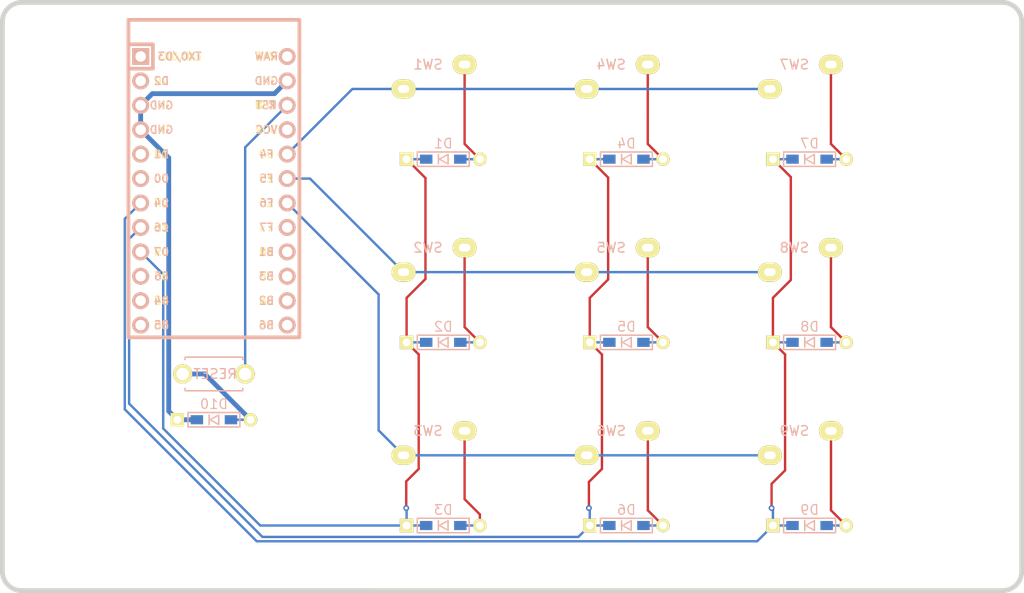
<source format=kicad_pcb>
(kicad_pcb (version 20240108) (generator "pcbnew") (generator_version "8.0")
  (layers (0 "F.Cu" signal) (31 "B.Cu" signal) (34 "B.Paste" user) (35 "F.Paste" user) (36 "B.SilkS" user "B.Silkscreen") (37 "F.SilkS" user "F.Silkscreen") (38 "B.Mask" user) (39 "F.Mask" user) (44 "Edge.Cuts" user))
  (net 0 "")
  (net 1 "Col0")
  (net 2 "Net-(D1-A)")
  (net 3 "Net-(D2-A)")
  (net 4 "Col1")
  (net 5 "Col2")
  (net 6 "Net-(D3-A)")
  (net 7 "Net-(D4-A)")
  (net 8 "Net-(D5-A)")
  (net 9 "Net-(D6-A)")
  (net 10 "Net-(D7-A)")
  (net 11 "Net-(D8-A)")
  (net 12 "Net-(D9-A)")
  (net 13 "Reset")
  (net 14 "Net-(D10-A)")
  (net 15 "Row0")
  (net 16 "Row1")
  (net 17 "Row2")
  (net 18 "GND")
  (net 22 "VCC")
  (footprint "kbd_Hole:m3_Spacer_Hole" (layer "F.Cu") (at 38 92)
    (property "Reference" "Ref**")
    (property "Value" "Val**")
    (pad "" np_thru_hole circle (at 0 0) (size 6.5 6.5) (drill 6.5) (layers "*.Cu" "*.Mask"))
  )
  (footprint "kbd_SW:CherryMX_Solder_1u" (layer "F.Cu") (at 115.6325 68)
    (property "Reference" "SW8" (at -1.27 -5.08 180) (layer "B.SilkS") (effects (justify mirror)))
    (property "Value" "SW_Push" (hide yes))
    (pad "" np_thru_hole circle (at -5.08 0 90) (size 1.9 1.9) (drill 1.9) (layers "*.Cu" "*.Mask"))
    (pad "" np_thru_hole circle (at 0 0 90) (size 4 4) (drill 4) (layers "*.Cu" "*.Mask"))
    (pad "" np_thru_hole circle (at 5.08 0 90) (size 1.9 1.9) (drill 1.9) (layers "*.Cu" "*.Mask"))
    (pad "1" thru_hole oval (at -3.81 -2.54) (size 2.5 2) (drill oval 1.2 0.8) (layers "*.Cu" "F.SilkS" "B.Mask") (net 4 "Col1"))
    (pad "2" thru_hole oval (at 2.54 -5.08) (size 2.5 2) (drill oval 1.2 0.8) (layers "*.Cu" "F.SilkS" "B.Mask") (net 11 "Net-(D8-A)"))
  )
  (footprint "kbd_SW:CherryMX_Solder_1u" (layer "F.Cu") (at 96.5825 68)
    (property "Reference" "SW5" (at -1.27 -5.08 180) (layer "B.SilkS") (effects (justify mirror)))
    (property "Value" "SW_Push" (hide yes))
    (pad "" np_thru_hole circle (at -5.08 0 90) (size 1.9 1.9) (drill 1.9) (layers "*.Cu" "*.Mask"))
    (pad "" np_thru_hole circle (at 0 0 90) (size 4 4) (drill 4) (layers "*.Cu" "*.Mask"))
    (pad "" np_thru_hole circle (at 5.08 0 90) (size 1.9 1.9) (drill 1.9) (layers "*.Cu" "*.Mask"))
    (pad "1" thru_hole oval (at -3.81 -2.54) (size 2.5 2) (drill oval 1.2 0.8) (layers "*.Cu" "F.SilkS" "B.Mask") (net 4 "Col1"))
    (pad "2" thru_hole oval (at 2.54 -5.08) (size 2.5 2) (drill oval 1.2 0.8) (layers "*.Cu" "F.SilkS" "B.Mask") (net 8 "Net-(D5-A)"))
  )
  (footprint "kbd_Hole:m3_Spacer_Hole" (layer "F.Cu") (at 132 92)
    (property "Reference" "Ref**")
    (property "Value" "Val**")
    (pad "" np_thru_hole circle (at 0 0) (size 6.5 6.5) (drill 6.5) (layers "*.Cu" "*.Mask"))
  )
  (footprint "kbd_Parts:ResetSW" (layer "F.Cu") (at 54 76.05)
    (property "Reference" "SW10" (hide yes))
    (property "Value" "SW_Push")
    (fp_line (start -3 -1.75) (end 3 -1.75) (stroke (width 0.15)) (layer "B.SilkS"))
    (fp_line (start -3 -1.5) (end -3 -1.75) (stroke (width 0.15)) (layer "B.SilkS"))
    (fp_line (start -3 1.75) (end -3 1.5) (stroke (width 0.15)) (layer "B.SilkS"))
    (fp_line (start 3 -1.75) (end 3 -1.5) (stroke (width 0.15)) (layer "B.SilkS"))
    (fp_line (start 3 1.5) (end 3 1.75) (stroke (width 0.15)) (layer "B.SilkS"))
    (fp_line (start 3 1.75) (end -3 1.75) (stroke (width 0.15)) (layer "B.SilkS"))
    (fp_text user "RESET" (at 0.127 0 0) (layer "B.SilkS") (effects (justify mirror)))
    (pad "1" thru_hole circle (at 3.25 0) (size 2 2) (drill 1.3) (layers "*.Cu" "*.Mask" "F.SilkS") (net 13 "Reset"))
    (pad "2" thru_hole circle (at -3.25 0) (size 2 2) (drill 1.3) (layers "*.Cu" "*.Mask" "F.SilkS") (net 14 "Net-(D10-A)"))
  )
  (footprint "kbd_SW:CherryMX_Solder_1u" (layer "F.Cu") (at 77.5325 68)
    (property "Reference" "SW2" (at -1.27 -5.08 180) (layer "B.SilkS") (effects (justify mirror)))
    (property "Value" "SW_Push" (hide yes))
    (pad "" np_thru_hole circle (at -5.08 0 90) (size 1.9 1.9) (drill 1.9) (layers "*.Cu" "*.Mask"))
    (pad "" np_thru_hole circle (at 0 0 90) (size 4 4) (drill 4) (layers "*.Cu" "*.Mask"))
    (pad "" np_thru_hole circle (at 5.08 0 90) (size 1.9 1.9) (drill 1.9) (layers "*.Cu" "*.Mask"))
    (pad "1" thru_hole oval (at -3.81 -2.54) (size 2.5 2) (drill oval 1.2 0.8) (layers "*.Cu" "F.SilkS" "B.Mask") (net 4 "Col1"))
    (pad "2" thru_hole oval (at 2.54 -5.08) (size 2.5 2) (drill oval 1.2 0.8) (layers "*.Cu" "F.SilkS" "B.Mask") (net 3 "Net-(D2-A)"))
  )
  (footprint "kbd_SW:CherryMX_Solder_1u" (layer "F.Cu") (at 77.5325 87.05)
    (property "Reference" "SW3" (at -1.27 -5.08 180) (layer "B.SilkS") (effects (justify mirror)))
    (property "Value" "SW_Push" (hide yes))
    (pad "" np_thru_hole circle (at -5.08 0 90) (size 1.9 1.9) (drill 1.9) (layers "*.Cu" "*.Mask"))
    (pad "" np_thru_hole circle (at 0 0 90) (size 4 4) (drill 4) (layers "*.Cu" "*.Mask"))
    (pad "" np_thru_hole circle (at 5.08 0 90) (size 1.9 1.9) (drill 1.9) (layers "*.Cu" "*.Mask"))
    (pad "1" thru_hole oval (at -3.81 -2.54) (size 2.5 2) (drill oval 1.2 0.8) (layers "*.Cu" "F.SilkS" "B.Mask") (net 5 "Col2"))
    (pad "2" thru_hole oval (at 2.54 -5.08) (size 2.5 2) (drill oval 1.2 0.8) (layers "*.Cu" "F.SilkS" "B.Mask") (net 6 "Net-(D3-A)"))
  )
  (footprint "kbd_Parts:Diode_TH_SMD" (layer "F.Cu") (at 115.95 72.7625)
    (property "Reference" "D8" (at 0 -1.63 0) (layer "B.SilkS") (effects (font (thickness 0.125)) (justify mirror)))
    (property "Value" "D" (hide yes))
    (fp_line (start -2.7 -0.75) (end -2.7 0.75) (stroke (width 0.15)) (layer "B.SilkS"))
    (fp_line (start -2.7 0.75) (end 2.7 0.75) (stroke (width 0.15)) (layer "B.SilkS"))
    (fp_line (start -0.5 -0.5) (end -0.5 0.5) (stroke (width 0.15)) (layer "B.SilkS"))
    (fp_line (start -0.4 0) (end 0.5 -0.5) (stroke (width 0.15)) (layer "B.SilkS"))
    (fp_line (start 0.5 -0.5) (end 0.5 0.5) (stroke (width 0.15)) (layer "B.SilkS"))
    (fp_line (start 0.5 0.5) (end -0.4 0) (stroke (width 0.15)) (layer "B.SilkS"))
    (fp_line (start 2.7 -0.75) (end -2.7 -0.75) (stroke (width 0.15)) (layer "B.SilkS"))
    (fp_line (start 2.7 0.75) (end 2.7 -0.75) (stroke (width 0.15)) (layer "B.SilkS"))
    (pad "1" thru_hole rect (at -3.81 0) (size 1.397 1.397) (drill 0.8128) (layers "*.Cu" "*.Mask" "F.SilkS") (net 17 "Row2"))
    (pad "1" smd rect (at -1.775 0) (size 1.3 0.95) (layers "B.Cu" "B.Paste" "B.Mask") (net 17 "Row2"))
    (pad "2" smd rect (at 1.775 0) (size 1.3 0.95) (layers "B.Cu" "B.Paste" "B.Mask") (net 11 "Net-(D8-A)"))
    (pad "2" thru_hole circle (at 3.81 0) (size 1.397 1.397) (drill 0.8128) (layers "*.Cu" "*.Mask" "F.SilkS") (net 11 "Net-(D8-A)"))
  )
  (footprint "kbd_SW:CherryMX_Solder_1u" (layer "F.Cu") (at 77.5325 48.95)
    (property "Reference" "SW1" (at -1.27 -5.08 180) (layer "B.SilkS") (effects (justify mirror)))
    (property "Value" "SW_Push" (hide yes))
    (pad "" np_thru_hole circle (at -5.08 0 90) (size 1.9 1.9) (drill 1.9) (layers "*.Cu" "*.Mask"))
    (pad "" np_thru_hole circle (at 0 0 90) (size 4 4) (drill 4) (layers "*.Cu" "*.Mask"))
    (pad "" np_thru_hole circle (at 5.08 0 90) (size 1.9 1.9) (drill 1.9) (layers "*.Cu" "*.Mask"))
    (pad "1" thru_hole oval (at -3.81 -2.54) (size 2.5 2) (drill oval 1.2 0.8) (layers "*.Cu" "F.SilkS" "B.Mask") (net 1 "Col0"))
    (pad "2" thru_hole oval (at 2.54 -5.08) (size 2.5 2) (drill oval 1.2 0.8) (layers "*.Cu" "F.SilkS" "B.Mask") (net 2 "Net-(D1-A)"))
  )
  (footprint "kbd_SW:CherryMX_Solder_1u" (layer "F.Cu") (at 115.63789 87.05)
    (property "Reference" "SW9" (at -1.27 -5.08 180) (layer "B.SilkS") (effects (justify mirror)))
    (property "Value" "SW_Push" (hide yes))
    (pad "" np_thru_hole circle (at -5.08 0 90) (size 1.9 1.9) (drill 1.9) (layers "*.Cu" "*.Mask"))
    (pad "" np_thru_hole circle (at 0 0 90) (size 4 4) (drill 4) (layers "*.Cu" "*.Mask"))
    (pad "" np_thru_hole circle (at 5.08 0 90) (size 1.9 1.9) (drill 1.9) (layers "*.Cu" "*.Mask"))
    (pad "1" thru_hole oval (at -3.81 -2.54) (size 2.5 2) (drill oval 1.2 0.8) (layers "*.Cu" "F.SilkS" "B.Mask") (net 5 "Col2"))
    (pad "2" thru_hole oval (at 2.54 -5.08) (size 2.5 2) (drill oval 1.2 0.8) (layers "*.Cu" "F.SilkS" "B.Mask") (net 12 "Net-(D9-A)"))
  )
  (footprint "kbd_Hole:m3_Spacer_Hole" (layer "F.Cu") (at 132 44)
    (property "Reference" "Ref**")
    (property "Value" "Val**")
    (pad "" np_thru_hole circle (at 0 0) (size 6.5 6.5) (drill 6.5) (layers "*.Cu" "*.Mask"))
  )
  (footprint "kbd_Parts:Diode_TH_SMD" (layer "F.Cu") (at 96.9 53.7125)
    (property "Reference" "D4" (at 0 -1.63 0) (layer "B.SilkS") (effects (font (thickness 0.125)) (justify mirror)))
    (property "Value" "D" (hide yes))
    (fp_line (start -2.7 -0.75) (end -2.7 0.75) (stroke (width 0.15)) (layer "B.SilkS"))
    (fp_line (start -2.7 0.75) (end 2.7 0.75) (stroke (width 0.15)) (layer "B.SilkS"))
    (fp_line (start -0.5 -0.5) (end -0.5 0.5) (stroke (width 0.15)) (layer "B.SilkS"))
    (fp_line (start -0.4 0) (end 0.5 -0.5) (stroke (width 0.15)) (layer "B.SilkS"))
    (fp_line (start 0.5 -0.5) (end 0.5 0.5) (stroke (width 0.15)) (layer "B.SilkS"))
    (fp_line (start 0.5 0.5) (end -0.4 0) (stroke (width 0.15)) (layer "B.SilkS"))
    (fp_line (start 2.7 -0.75) (end -2.7 -0.75) (stroke (width 0.15)) (layer "B.SilkS"))
    (fp_line (start 2.7 0.75) (end 2.7 -0.75) (stroke (width 0.15)) (layer "B.SilkS"))
    (pad "1" thru_hole rect (at -3.81 0) (size 1.397 1.397) (drill 0.8128) (layers "*.Cu" "*.Mask" "F.SilkS") (net 16 "Row1"))
    (pad "1" smd rect (at -1.775 0) (size 1.3 0.95) (layers "B.Cu" "B.Paste" "B.Mask") (net 16 "Row1"))
    (pad "2" smd rect (at 1.775 0) (size 1.3 0.95) (layers "B.Cu" "B.Paste" "B.Mask") (net 7 "Net-(D4-A)"))
    (pad "2" thru_hole circle (at 3.81 0) (size 1.397 1.397) (drill 0.8128) (layers "*.Cu" "*.Mask" "F.SilkS") (net 7 "Net-(D4-A)"))
  )
  (footprint "Keebio-Parts.pretty-master:ArduinoProMicro" (layer "F.Cu") (at 54 57 -90)
    (property "Reference" "U1" (hide yes))
    (property "Value" "ProMicro" (hide yes))
    (fp_line (start -17.78 8.89) (end 15.24 8.89) (stroke (width 0.381)) (layer "B.SilkS"))
    (fp_line (start 15.24 8.89) (end 15.24 -8.89) (stroke (width 0.381)) (layer "B.SilkS"))
    (fp_line (start -15.24 6.35) (end -15.24 8.89) (stroke (width 0.381)) (layer "B.SilkS"))
    (fp_line (start -15.24 6.35) (end -12.7 6.35) (stroke (width 0.381)) (layer "B.SilkS"))
    (fp_line (start -12.7 6.35) (end -12.7 8.89) (stroke (width 0.381)) (layer "B.SilkS"))
    (fp_line (start -17.78 -8.89) (end -17.78 8.89) (stroke (width 0.381)) (layer "B.SilkS"))
    (fp_line (start 15.24 -8.89) (end -17.78 -8.89) (stroke (width 0.381)) (layer "B.SilkS"))
    (fp_poly (pts (xy -9.35097 -5.844635) (xy -9.25097 -5.844635) (xy -9.25097 -6.344635) (xy -9.35097 -6.344635)) (stroke (width 0.15)) (fill solid) (layer "B.SilkS"))
    (fp_poly (pts (xy -9.35097 -5.844635) (xy -9.05097 -5.844635) (xy -9.05097 -5.944635) (xy -9.35097 -5.944635)) (stroke (width 0.15)) (fill solid) (layer "B.SilkS"))
    (fp_poly (pts (xy -8.75097 -5.844635) (xy -8.55097 -5.844635) (xy -8.55097 -5.944635) (xy -8.75097 -5.944635)) (stroke (width 0.15)) (fill solid) (layer "B.SilkS"))
    (fp_poly (pts (xy -8.95097 -6.044635) (xy -8.85097 -6.044635) (xy -8.85097 -6.144635) (xy -8.95097 -6.144635)) (stroke (width 0.15)) (fill solid) (layer "B.SilkS"))
    (fp_poly (pts (xy -9.35097 -6.244635) (xy -8.55097 -6.244635) (xy -8.55097 -6.344635) (xy -9.35097 -6.344635)) (stroke (width 0.15)) (fill solid) (layer "B.SilkS"))
    (fp_line (start -17.78 8.89) (end -15.24 8.89) (stroke (width 0.381)) (layer "F.SilkS"))
    (fp_line (start -15.24 8.89) (end 15.24 8.89) (stroke (width 0.381)) (layer "F.SilkS"))
    (fp_line (start 15.24 8.89) (end 15.24 -8.89) (stroke (width 0.381)) (layer "F.SilkS"))
    (fp_line (start -15.24 6.35) (end -15.24 8.89) (stroke (width 0.381)) (layer "F.SilkS"))
    (fp_line (start -15.24 6.35) (end -12.7 6.35) (stroke (width 0.381)) (layer "F.SilkS"))
    (fp_line (start -12.7 6.35) (end -12.7 8.89) (stroke (width 0.381)) (layer "F.SilkS"))
    (fp_line (start -17.78 -8.89) (end -17.78 8.89) (stroke (width 0.381)) (layer "F.SilkS"))
    (fp_line (start -15.24 -8.89) (end -17.78 -8.89) (stroke (width 0.381)) (layer "F.SilkS"))
    (fp_line (start 15.24 -8.89) (end -15.24 -8.89) (stroke (width 0.381)) (layer "F.SilkS"))
    (fp_poly (pts (xy -9.36064 -4.531568) (xy -8.56064 -4.531568) (xy -8.56064 -4.431568) (xy -9.36064 -4.431568)) (stroke (width 0.15)) (fill solid) (layer "F.SilkS"))
    (fp_poly (pts (xy -8.96064 -4.731568) (xy -8.86064 -4.731568) (xy -8.86064 -4.631568) (xy -8.96064 -4.631568)) (stroke (width 0.15)) (fill solid) (layer "F.SilkS"))
    (fp_poly (pts (xy -9.36064 -4.931568) (xy -9.26064 -4.931568) (xy -9.26064 -4.431568) (xy -9.36064 -4.431568)) (stroke (width 0.15)) (fill solid) (layer "F.SilkS"))
    (fp_poly (pts (xy -9.36064 -4.931568) (xy -9.06064 -4.931568) (xy -9.06064 -4.831568) (xy -9.36064 -4.831568)) (stroke (width 0.15)) (fill solid) (layer "F.SilkS"))
    (fp_poly (pts (xy -8.76064 -4.931568) (xy -8.56064 -4.931568) (xy -8.56064 -4.831568) (xy -8.76064 -4.831568)) (stroke (width 0.15)) (fill solid) (layer "F.SilkS"))
    (fp_text user "F6" (at 1.27 -5.461 0) (layer "B.SilkS") (effects (font (size 0.8 0.8)) (justify mirror)))
    (fp_text user "B2" (at 11.43 -5.461 0) (layer "B.SilkS") (effects (font (size 0.8 0.8)) (justify mirror)))
    (fp_text user "B1" (at 6.35 -5.461 0) (layer "B.SilkS") (effects (font (size 0.8 0.8)) (justify mirror)))
    (fp_text user "D7" (at 6.35 5.461 0) (layer "B.SilkS") (effects (font (size 0.8 0.8)) (justify mirror)))
    (fp_text user "D1" (at -3.81 5.461 0) (layer "B.SilkS") (effects (font (size 0.8 0.8)) (justify mirror)))
    (fp_text user "D2" (at -11.43 5.461 0) (layer "B.SilkS") (effects (font (size 0.8 0.8)) (justify mirror)))
    (fp_text user "GND" (at -8.89 5.461 0) (layer "B.SilkS") (effects (font (size 0.8 0.8)) (justify mirror)))
    (fp_text user "D0" (at -1.27 5.461 0) (layer "B.SilkS") (effects (font (size 0.8 0.8)) (justify mirror)))
    (fp_text user "RAW" (at -13.97 -5.461 0) (layer "B.SilkS") (effects (font (size 0.8 0.8)) (justify mirror)))
    (fp_text user "ST" (at -8.91 -5.04 0) (layer "B.SilkS") (effects (font (size 0.8 0.8)) (justify mirror)))
    (fp_text user "VCC" (at -6.35 -5.461 0) (layer "B.SilkS") (effects (font (size 0.8 0.8)) (justify mirror)))
    (fp_text user "F5" (at -1.27 -5.461 0) (layer "B.SilkS") (effects (font (size 0.8 0.8)) (justify mirror)))
    (fp_text user "F4" (at -3.81 -5.461 0) (layer "B.SilkS") (effects (font (size 0.8 0.8)) (justify mirror)))
    (fp_text user "B5" (at 13.97 5.461 0) (layer "B.SilkS") (effects (font (size 0.8 0.8)) (justify mirror)))
    (fp_text user "TX0/D3" (at -13.97 3.571872 0) (layer "B.SilkS") (effects (font (size 0.8 0.8)) (justify mirror)))
    (fp_text user "B6" (at 13.97 -5.461 0) (layer "B.SilkS") (effects (font (size 0.8 0.8)) (justify mirror)))
    (fp_text user "B3" (at 8.89 -5.461 0) (layer "B.SilkS") (effects (font (size 0.8 0.8)) (justify mirror)))
    (fp_text user "GND" (at -11.43 -5.461 0) (layer "B.SilkS") (effects (font (size 0.8 0.8)) (justify mirror)))
    (fp_text user "F7" (at 3.81 -5.461 0) (layer "B.SilkS") (effects (font (size 0.8 0.8)) (justify mirror)))
    (fp_text user "B4" (at 11.43 5.461 0) (layer "B.SilkS") (effects (font (size 0.8 0.8)) (justify mirror)))
    (fp_text user "D4" (at 1.27 5.461 0) (layer "B.SilkS") (effects (font (size 0.8 0.8)) (justify mirror)))
    (fp_text user "E6" (at 8.89 5.461 0) (layer "B.SilkS") (effects (font (size 0.8 0.8)) (justify mirror)))
    (fp_text user "GND" (at -6.35 5.461 0) (layer "B.SilkS") (effects (font (size 0.8 0.8)) (justify mirror)))
    (fp_text user "C6" (at 3.81 5.461 0) (layer "B.SilkS") (effects (font (size 0.8 0.8)) (justify mirror)))
    (fp_text user "TX0/D3" (at -13.97 3.571872 0) (layer "F.SilkS") (effects (font (size 0.8 0.8))))
    (fp_text user "B3" (at 8.89 -5.461 0) (layer "F.SilkS") (effects (font (size 0.8 0.8))))
    (fp_text user "B1" (at 6.35 -5.461 0) (layer "F.SilkS") (effects (font (size 0.8 0.8))))
    (fp_text user "R1" (at 3.81 5.461 0) (layer "F.SilkS") (effects (font (size 0.8 0.8))))
    (fp_text user "C1" (at -1.27 -5.461 0) (layer "F.SilkS") (effects (font (size 0.8 0.8))))
    (fp_text user "R0" (at 6.35 5.461 0) (layer "F.SilkS") (effects (font (size 0.8 0.8))))
    (fp_text user "R2" (at 1.27 5.461 0) (layer "F.SilkS") (effects (font (size 0.8 0.8))))
    (fp_text user "B6" (at 13.97 -5.461 0) (layer "F.SilkS") (effects (font (size 0.8 0.8))))
    (fp_text user "ST" (at -8.92 -5.73312 0) (layer "F.SilkS") (effects (font (size 0.8 0.8))))
    (fp_text user "VCC" (at -6.35 -5.461 0) (layer "F.SilkS") (effects (font (size 0.8 0.8))))
    (fp_text user "D1" (at -3.81 5.461 0) (layer "F.SilkS") (effects (font (size 0.8 0.8))))
    (fp_text user "C2" (at 1.27 -5.461 0) (layer "F.SilkS") (effects (font (size 0.8 0.8))))
    (fp_text user "GND" (at -8.89 5.461 0) (layer "F.SilkS") (effects (font (size 0.8 0.8))))
    (fp_text user "E6" (at 8.89 5.461 0) (layer "F.SilkS") (effects (font (size 0.8 0.8))))
    (fp_text user "B5" (at 13.97 5.461 0) (layer "F.SilkS") (effects (font (size 0.8 0.8))))
    (fp_text user "GND" (at -11.43 -5.461 0) (layer "F.SilkS") (effects (font (size 0.8 0.8))))
    (fp_text user "D0" (at -1.27 5.461 0) (layer "F.SilkS") (effects (font (size 0.8 0.8))))
    (fp_text user "B2" (at 11.43 -5.461 0) (layer "F.SilkS") (effects (font (size 0.8 0.8))))
    (fp_text user "D2" (at -11.43 5.461 0) (layer "F.SilkS") (effects (font (size 0.8 0.8))))
    (fp_text user "B4" (at 11.43 5.461 0) (layer "F.SilkS") (effects (font (size 0.8 0.8))))
    (fp_text user "GND" (at -6.35 5.461 0) (layer "F.SilkS") (effects (font (size 0.8 0.8))))
    (fp_text user "C0" (at -3.81 -5.461 0) (layer "F.SilkS") (effects (font (size 0.8 0.8))))
    (fp_text user "F7" (at 3.81 -5.461 0) (layer "F.SilkS") (effects (font (size 0.8 0.8))))
    (fp_text user "RAW" (at -13.97 -5.461 0) (layer "F.SilkS") (effects (font (size 0.8 0.8))))
    (pad "1" thru_hole rect (at -13.97 7.62 270) (size 1.7526 1.7526) (drill 1.0922) (layers "*.Cu" "*.SilkS" "*.Mask"))
    (pad "2" thru_hole circle (at -11.43 7.62 270) (size 1.7526 1.7526) (drill 1.0922) (layers "*.Cu" "*.SilkS" "*.Mask"))
    (pad "3" thru_hole circle (at -8.89 7.62 270) (size 1.7526 1.7526) (drill 1.0922) (layers "*.Cu" "*.SilkS" "*.Mask") (net 18 "GND"))
    (pad "4" thru_hole circle (at -6.35 7.62 270) (size 1.7526 1.7526) (drill 1.0922) (layers "*.Cu" "*.SilkS" "*.Mask") (net 18 "GND"))
    (pad "5" thru_hole circle (at -3.81 7.62 270) (size 1.7526 1.7526) (drill 1.0922) (layers "*.Cu" "*.SilkS" "*.Mask"))
    (pad "6" thru_hole circle (at -1.27 7.62 270) (size 1.7526 1.7526) (drill 1.0922) (layers "*.Cu" "*.SilkS" "*.Mask"))
    (pad "7" thru_hole circle (at 1.27 7.62 270) (size 1.7526 1.7526) (drill 1.0922) (layers "*.Cu" "*.SilkS" "*.Mask") (net 17 "Row2"))
    (pad "8" thru_hole circle (at 3.81 7.62 270) (size 1.7526 1.7526) (drill 1.0922) (layers "*.Cu" "*.SilkS" "*.Mask") (net 16 "Row1"))
    (pad "9" thru_hole circle (at 6.35 7.62 270) (size 1.7526 1.7526) (drill 1.0922) (layers "*.Cu" "*.SilkS" "*.Mask") (net 15 "Row0"))
    (pad "10" thru_hole circle (at 8.89 7.62 270) (size 1.7526 1.7526) (drill 1.0922) (layers "*.Cu" "*.SilkS" "*.Mask"))
    (pad "11" thru_hole circle (at 11.43 7.62 270) (size 1.7526 1.7526) (drill 1.0922) (layers "*.Cu" "*.SilkS" "*.Mask"))
    (pad "12" thru_hole circle (at 13.97 7.62 270) (size 1.7526 1.7526) (drill 1.0922) (layers "*.Cu" "*.SilkS" "*.Mask"))
    (pad "13" thru_hole circle (at 13.97 -7.62 270) (size 1.7526 1.7526) (drill 1.0922) (layers "*.Cu" "*.SilkS" "*.Mask"))
    (pad "14" thru_hole circle (at 11.43 -7.62 270) (size 1.7526 1.7526) (drill 1.0922) (layers "*.Cu" "*.SilkS" "*.Mask"))
    (pad "15" thru_hole circle (at 8.89 -7.62 270) (size 1.7526 1.7526) (drill 1.0922) (layers "*.Cu" "*.SilkS" "*.Mask"))
    (pad "16" thru_hole circle (at 6.35 -7.62 270) (size 1.7526 1.7526) (drill 1.0922) (layers "*.Cu" "*.SilkS" "*.Mask"))
    (pad "17" thru_hole circle (at 3.81 -7.62 270) (size 1.7526 1.7526) (drill 1.0922) (layers "*.Cu" "*.SilkS" "*.Mask"))
    (pad "18" thru_hole circle (at 1.27 -7.62 270) (size 1.7526 1.7526) (drill 1.0922) (layers "*.Cu" "*.SilkS" "*.Mask") (net 5 "Col2"))
    (pad "19" thru_hole circle (at -1.27 -7.62 270) (size 1.7526 1.7526) (drill 1.0922) (layers "*.Cu" "*.SilkS" "*.Mask") (net 4 "Col1"))
    (pad "20" thru_hole circle (at -3.81 -7.62 270) (size 1.7526 1.7526) (drill 1.0922) (layers "*.Cu" "*.SilkS" "*.Mask") (net 1 "Col0"))
    (pad "21" thru_hole circle (at -6.35 -7.62 270) (size 1.7526 1.7526) (drill 1.0922) (layers "*.Cu" "*.SilkS" "*.Mask") (net 22 "VCC"))
    (pad "22" thru_hole circle (at -8.89 -7.62 270) (size 1.7526 1.7526) (drill 1.0922) (layers "*.Cu" "*.SilkS" "*.Mask") (net 13 "Reset"))
    (pad "23" thru_hole circle (at -11.43 -7.62 270) (size 1.7526 1.7526) (drill 1.0922) (layers "*.Cu" "*.SilkS" "*.Mask") (net 18 "GND"))
    (pad "24" thru_hole circle (at -13.97 -7.62 270) (size 1.7526 1.7526) (drill 1.0922) (layers "*.Cu" "*.SilkS" "*.Mask"))
  )
  (footprint "kbd_SW:CherryMX_Solder_1u" (layer "F.Cu") (at 96.590471 87.05)
    (property "Reference" "SW6" (at -1.27 -5.08 180) (layer "B.SilkS") (effects (justify mirror)))
    (property "Value" "SW_Push" (hide yes))
    (pad "" np_thru_hole circle (at -5.08 0 90) (size 1.9 1.9) (drill 1.9) (layers "*.Cu" "*.Mask"))
    (pad "" np_thru_hole circle (at 0 0 90) (size 4 4) (drill 4) (layers "*.Cu" "*.Mask"))
    (pad "" np_thru_hole circle (at 5.08 0 90) (size 1.9 1.9) (drill 1.9) (layers "*.Cu" "*.Mask"))
    (pad "1" thru_hole oval (at -3.81 -2.54) (size 2.5 2) (drill oval 1.2 0.8) (layers "*.Cu" "F.SilkS" "B.Mask") (net 5 "Col2"))
    (pad "2" thru_hole oval (at 2.54 -5.08) (size 2.5 2) (drill oval 1.2 0.8) (layers "*.Cu" "F.SilkS" "B.Mask") (net 9 "Net-(D6-A)"))
  )
  (footprint "kbd_SW:CherryMX_Solder_1u" (layer "F.Cu") (at 115.6325 48.95)
    (property "Reference" "SW7" (at -1.27 -5.08 180) (layer "B.SilkS") (effects (justify mirror)))
    (property "Value" "SW_Push" (hide yes))
    (pad "" np_thru_hole circle (at -5.08 0 90) (size 1.9 1.9) (drill 1.9) (layers "*.Cu" "*.Mask"))
    (pad "" np_thru_hole circle (at 0 0 90) (size 4 4) (drill 4) (layers "*.Cu" "*.Mask"))
    (pad "" np_thru_hole circle (at 5.08 0 90) (size 1.9 1.9) (drill 1.9) (layers "*.Cu" "*.Mask"))
    (pad "1" thru_hole oval (at -3.81 -2.54) (size 2.5 2) (drill oval 1.2 0.8) (layers "*.Cu" "F.SilkS" "B.Mask") (net 1 "Col0"))
    (pad "2" thru_hole oval (at 2.54 -5.08) (size 2.5 2) (drill oval 1.2 0.8) (layers "*.Cu" "F.SilkS" "B.Mask") (net 10 "Net-(D7-A)"))
  )
  (footprint "kbd_Parts:Diode_TH_SMD" (layer "F.Cu") (at 54 80.8125)
    (property "Reference" "D10" (at 0 -1.63 0) (layer "B.SilkS") (effects (font (thickness 0.125)) (justify mirror)))
    (property "Value" "D" (hide yes))
    (fp_line (start -2.7 -0.75) (end -2.7 0.75) (stroke (width 0.15)) (layer "B.SilkS"))
    (fp_line (start -2.7 0.75) (end 2.7 0.75) (stroke (width 0.15)) (layer "B.SilkS"))
    (fp_line (start -0.5 -0.5) (end -0.5 0.5) (stroke (width 0.15)) (layer "B.SilkS"))
    (fp_line (start -0.4 0) (end 0.5 -0.5) (stroke (width 0.15)) (layer "B.SilkS"))
    (fp_line (start 0.5 -0.5) (end 0.5 0.5) (stroke (width 0.15)) (layer "B.SilkS"))
    (fp_line (start 0.5 0.5) (end -0.4 0) (stroke (width 0.15)) (layer "B.SilkS"))
    (fp_line (start 2.7 -0.75) (end -2.7 -0.75) (stroke (width 0.15)) (layer "B.SilkS"))
    (fp_line (start 2.7 0.75) (end 2.7 -0.75) (stroke (width 0.15)) (layer "B.SilkS"))
    (pad "1" thru_hole rect (at -3.81 0) (size 1.397 1.397) (drill 0.8128) (layers "*.Cu" "*.Mask" "F.SilkS") (net 18 "GND"))
    (pad "1" smd rect (at -1.775 0) (size 1.3 0.95) (layers "B.Cu" "B.Paste" "B.Mask") (net 18 "GND"))
    (pad "2" smd rect (at 1.775 0) (size 1.3 0.95) (layers "B.Cu" "B.Paste" "B.Mask") (net 14 "Net-(D10-A)"))
    (pad "2" thru_hole circle (at 3.81 0) (size 1.397 1.397) (drill 0.8128) (layers "*.Cu" "*.Mask" "F.SilkS") (net 14 "Net-(D10-A)"))
  )
  (footprint "kbd_Parts:Diode_TH_SMD" (layer "F.Cu") (at 115.95 53.7125)
    (property "Reference" "D7" (at 0 -1.63 0) (layer "B.SilkS") (effects (font (thickness 0.125)) (justify mirror)))
    (property "Value" "D" (hide yes))
    (fp_line (start -2.7 -0.75) (end -2.7 0.75) (stroke (width 0.15)) (layer "B.SilkS"))
    (fp_line (start -2.7 0.75) (end 2.7 0.75) (stroke (width 0.15)) (layer "B.SilkS"))
    (fp_line (start -0.5 -0.5) (end -0.5 0.5) (stroke (width 0.15)) (layer "B.SilkS"))
    (fp_line (start -0.4 0) (end 0.5 -0.5) (stroke (width 0.15)) (layer "B.SilkS"))
    (fp_line (start 0.5 -0.5) (end 0.5 0.5) (stroke (width 0.15)) (layer "B.SilkS"))
    (fp_line (start 0.5 0.5) (end -0.4 0) (stroke (width 0.15)) (layer "B.SilkS"))
    (fp_line (start 2.7 -0.75) (end -2.7 -0.75) (stroke (width 0.15)) (layer "B.SilkS"))
    (fp_line (start 2.7 0.75) (end 2.7 -0.75) (stroke (width 0.15)) (layer "B.SilkS"))
    (pad "1" thru_hole rect (at -3.81 0) (size 1.397 1.397) (drill 0.8128) (layers "*.Cu" "*.Mask" "F.SilkS") (net 17 "Row2"))
    (pad "1" smd rect (at -1.775 0) (size 1.3 0.95) (layers "B.Cu" "B.Paste" "B.Mask") (net 17 "Row2"))
    (pad "2" smd rect (at 1.775 0) (size 1.3 0.95) (layers "B.Cu" "B.Paste" "B.Mask") (net 10 "Net-(D7-A)"))
    (pad "2" thru_hole circle (at 3.81 0) (size 1.397 1.397) (drill 0.8128) (layers "*.Cu" "*.Mask" "F.SilkS") (net 10 "Net-(D7-A)"))
  )
  (footprint "kbd_Parts:Diode_TH_SMD" (layer "F.Cu") (at 115.95 91.8125)
    (property "Reference" "D9" (at 0 -1.63 0) (layer "B.SilkS") (effects (font (thickness 0.125)) (justify mirror)))
    (property "Value" "D" (hide yes))
    (fp_line (start -2.7 -0.75) (end -2.7 0.75) (stroke (width 0.15)) (layer "B.SilkS"))
    (fp_line (start -2.7 0.75) (end 2.7 0.75) (stroke (width 0.15)) (layer "B.SilkS"))
    (fp_line (start -0.5 -0.5) (end -0.5 0.5) (stroke (width 0.15)) (layer "B.SilkS"))
    (fp_line (start -0.4 0) (end 0.5 -0.5) (stroke (width 0.15)) (layer "B.SilkS"))
    (fp_line (start 0.5 -0.5) (end 0.5 0.5) (stroke (width 0.15)) (layer "B.SilkS"))
    (fp_line (start 0.5 0.5) (end -0.4 0) (stroke (width 0.15)) (layer "B.SilkS"))
    (fp_line (start 2.7 -0.75) (end -2.7 -0.75) (stroke (width 0.15)) (layer "B.SilkS"))
    (fp_line (start 2.7 0.75) (end 2.7 -0.75) (stroke (width 0.15)) (layer "B.SilkS"))
    (pad "1" thru_hole rect (at -3.81 0) (size 1.397 1.397) (drill 0.8128) (layers "*.Cu" "*.Mask" "F.SilkS") (net 17 "Row2"))
    (pad "1" smd rect (at -1.775 0) (size 1.3 0.95) (layers "B.Cu" "B.Paste" "B.Mask") (net 17 "Row2"))
    (pad "2" smd rect (at 1.775 0) (size 1.3 0.95) (layers "B.Cu" "B.Paste" "B.Mask") (net 12 "Net-(D9-A)"))
    (pad "2" thru_hole circle (at 3.81 0) (size 1.397 1.397) (drill 0.8128) (layers "*.Cu" "*.Mask" "F.SilkS") (net 12 "Net-(D9-A)"))
  )
  (footprint "kbd_Hole:m3_Spacer_Hole" (layer "F.Cu") (at 38 44)
    (property "Reference" "Ref**")
    (property "Value" "Val**")
    (pad "" np_thru_hole circle (at 0 0) (size 6.5 6.5) (drill 6.5) (layers "*.Cu" "*.Mask"))
  )
  (footprint "kbd_Parts:Diode_TH_SMD" (layer "F.Cu") (at 77.85 53.7125)
    (property "Reference" "D1" (at 0 -1.63 0) (layer "B.SilkS") (effects (font (thickness 0.125)) (justify mirror)))
    (property "Value" "D" (hide yes))
    (fp_line (start -2.7 -0.75) (end -2.7 0.75) (stroke (width 0.15)) (layer "B.SilkS"))
    (fp_line (start -2.7 0.75) (end 2.7 0.75) (stroke (width 0.15)) (layer "B.SilkS"))
    (fp_line (start -0.5 -0.5) (end -0.5 0.5) (stroke (width 0.15)) (layer "B.SilkS"))
    (fp_line (start -0.4 0) (end 0.5 -0.5) (stroke (width 0.15)) (layer "B.SilkS"))
    (fp_line (start 0.5 -0.5) (end 0.5 0.5) (stroke (width 0.15)) (layer "B.SilkS"))
    (fp_line (start 0.5 0.5) (end -0.4 0) (stroke (width 0.15)) (layer "B.SilkS"))
    (fp_line (start 2.7 -0.75) (end -2.7 -0.75) (stroke (width 0.15)) (layer "B.SilkS"))
    (fp_line (start 2.7 0.75) (end 2.7 -0.75) (stroke (width 0.15)) (layer "B.SilkS"))
    (pad "1" thru_hole rect (at -3.81 0) (size 1.397 1.397) (drill 0.8128) (layers "*.Cu" "*.Mask" "F.SilkS") (net 15 "Row0"))
    (pad "1" smd rect (at -1.775 0) (size 1.3 0.95) (layers "B.Cu" "B.Paste" "B.Mask") (net 15 "Row0"))
    (pad "2" smd rect (at 1.775 0) (size 1.3 0.95) (layers "B.Cu" "B.Paste" "B.Mask") (net 2 "Net-(D1-A)"))
    (pad "2" thru_hole circle (at 3.81 0) (size 1.397 1.397) (drill 0.8128) (layers "*.Cu" "*.Mask" "F.SilkS") (net 2 "Net-(D1-A)"))
  )
  (footprint "kbd_Parts:Diode_TH_SMD" (layer "F.Cu") (at 96.9 91.8125)
    (property "Reference" "D6" (at 0 -1.63 0) (layer "B.SilkS") (effects (font (thickness 0.125)) (justify mirror)))
    (property "Value" "D" (hide yes))
    (fp_line (start -2.7 -0.75) (end -2.7 0.75) (stroke (width 0.15)) (layer "B.SilkS"))
    (fp_line (start -2.7 0.75) (end 2.7 0.75) (stroke (width 0.15)) (layer "B.SilkS"))
    (fp_line (start -0.5 -0.5) (end -0.5 0.5) (stroke (width 0.15)) (layer "B.SilkS"))
    (fp_line (start -0.4 0) (end 0.5 -0.5) (stroke (width 0.15)) (layer "B.SilkS"))
    (fp_line (start 0.5 -0.5) (end 0.5 0.5) (stroke (width 0.15)) (layer "B.SilkS"))
    (fp_line (start 0.5 0.5) (end -0.4 0) (stroke (width 0.15)) (layer "B.SilkS"))
    (fp_line (start 2.7 -0.75) (end -2.7 -0.75) (stroke (width 0.15)) (layer "B.SilkS"))
    (fp_line (start 2.7 0.75) (end 2.7 -0.75) (stroke (width 0.15)) (layer "B.SilkS"))
    (pad "1" thru_hole rect (at -3.81 0) (size 1.397 1.397) (drill 0.8128) (layers "*.Cu" "*.Mask" "F.SilkS") (net 16 "Row1"))
    (pad "1" smd rect (at -1.775 0) (size 1.3 0.95) (layers "B.Cu" "B.Paste" "B.Mask") (net 16 "Row1"))
    (pad "2" smd rect (at 1.775 0) (size 1.3 0.95) (layers "B.Cu" "B.Paste" "B.Mask") (net 9 "Net-(D6-A)"))
    (pad "2" thru_hole circle (at 3.81 0) (size 1.397 1.397) (drill 0.8128) (layers "*.Cu" "*.Mask" "F.SilkS") (net 9 "Net-(D6-A)"))
  )
  (footprint "kbd_Parts:Diode_TH_SMD" (layer "F.Cu") (at 96.9 72.7625)
    (property "Reference" "D5" (at 0 -1.63 0) (layer "B.SilkS") (effects (font (thickness 0.125)) (justify mirror)))
    (property "Value" "D" (hide yes))
    (fp_line (start -2.7 -0.75) (end -2.7 0.75) (stroke (width 0.15)) (layer "B.SilkS"))
    (fp_line (start -2.7 0.75) (end 2.7 0.75) (stroke (width 0.15)) (layer "B.SilkS"))
    (fp_line (start -0.5 -0.5) (end -0.5 0.5) (stroke (width 0.15)) (layer "B.SilkS"))
    (fp_line (start -0.4 0) (end 0.5 -0.5) (stroke (width 0.15)) (layer "B.SilkS"))
    (fp_line (start 0.5 -0.5) (end 0.5 0.5) (stroke (width 0.15)) (layer "B.SilkS"))
    (fp_line (start 0.5 0.5) (end -0.4 0) (stroke (width 0.15)) (layer "B.SilkS"))
    (fp_line (start 2.7 -0.75) (end -2.7 -0.75) (stroke (width 0.15)) (layer "B.SilkS"))
    (fp_line (start 2.7 0.75) (end 2.7 -0.75) (stroke (width 0.15)) (layer "B.SilkS"))
    (pad "1" thru_hole rect (at -3.81 0) (size 1.397 1.397) (drill 0.8128) (layers "*.Cu" "*.Mask" "F.SilkS") (net 16 "Row1"))
    (pad "1" smd rect (at -1.775 0) (size 1.3 0.95) (layers "B.Cu" "B.Paste" "B.Mask") (net 16 "Row1"))
    (pad "2" smd rect (at 1.775 0) (size 1.3 0.95) (layers "B.Cu" "B.Paste" "B.Mask") (net 8 "Net-(D5-A)"))
    (pad "2" thru_hole circle (at 3.81 0) (size 1.397 1.397) (drill 0.8128) (layers "*.Cu" "*.Mask" "F.SilkS") (net 8 "Net-(D5-A)"))
  )
  (footprint "kbd_SW:CherryMX_Solder_1u" (layer "F.Cu") (at 96.5825 48.95)
    (property "Reference" "SW4" (at -1.27 -5.08 180) (layer "B.SilkS") (effects (justify mirror)))
    (property "Value" "SW_Push" (hide yes))
    (pad "" np_thru_hole circle (at -5.08 0 90) (size 1.9 1.9) (drill 1.9) (layers "*.Cu" "*.Mask"))
    (pad "" np_thru_hole circle (at 0 0 90) (size 4 4) (drill 4) (layers "*.Cu" "*.Mask"))
    (pad "" np_thru_hole circle (at 5.08 0 90) (size 1.9 1.9) (drill 1.9) (layers "*.Cu" "*.Mask"))
    (pad "1" thru_hole oval (at -3.81 -2.54) (size 2.5 2) (drill oval 1.2 0.8) (layers "*.Cu" "F.SilkS" "B.Mask") (net 1 "Col0"))
    (pad "2" thru_hole oval (at 2.54 -5.08) (size 2.5 2) (drill oval 1.2 0.8) (layers "*.Cu" "F.SilkS" "B.Mask") (net 7 "Net-(D4-A)"))
  )
  (footprint "kbd_Parts:Diode_TH_SMD" (layer "F.Cu") (at 77.85 72.7625)
    (property "Reference" "D2" (at 0 -1.63 0) (layer "B.SilkS") (effects (font (thickness 0.125)) (justify mirror)))
    (property "Value" "D" (hide yes))
    (fp_line (start -2.7 -0.75) (end -2.7 0.75) (stroke (width 0.15)) (layer "B.SilkS"))
    (fp_line (start -2.7 0.75) (end 2.7 0.75) (stroke (width 0.15)) (layer "B.SilkS"))
    (fp_line (start -0.5 -0.5) (end -0.5 0.5) (stroke (width 0.15)) (layer "B.SilkS"))
    (fp_line (start -0.4 0) (end 0.5 -0.5) (stroke (width 0.15)) (layer "B.SilkS"))
    (fp_line (start 0.5 -0.5) (end 0.5 0.5) (stroke (width 0.15)) (layer "B.SilkS"))
    (fp_line (start 0.5 0.5) (end -0.4 0) (stroke (width 0.15)) (layer "B.SilkS"))
    (fp_line (start 2.7 -0.75) (end -2.7 -0.75) (stroke (width 0.15)) (layer "B.SilkS"))
    (fp_line (start 2.7 0.75) (end 2.7 -0.75) (stroke (width 0.15)) (layer "B.SilkS"))
    (pad "1" thru_hole rect (at -3.81 0) (size 1.397 1.397) (drill 0.8128) (layers "*.Cu" "*.Mask" "F.SilkS") (net 15 "Row0"))
    (pad "1" smd rect (at -1.775 0) (size 1.3 0.95) (layers "B.Cu" "B.Paste" "B.Mask") (net 15 "Row0"))
    (pad "2" smd rect (at 1.775 0) (size 1.3 0.95) (layers "B.Cu" "B.Paste" "B.Mask") (net 3 "Net-(D2-A)"))
    (pad "2" thru_hole circle (at 3.81 0) (size 1.397 1.397) (drill 0.8128) (layers "*.Cu" "*.Mask" "F.SilkS") (net 3 "Net-(D2-A)"))
  )
  (footprint "kbd_Parts:Diode_TH_SMD" (layer "F.Cu") (at 77.85 91.8125)
    (property "Reference" "D3" (at 0 -1.63 0) (layer "B.SilkS") (effects (font (thickness 0.125)) (justify mirror)))
    (property "Value" "D" (hide yes))
    (fp_line (start -2.7 -0.75) (end -2.7 0.75) (stroke (width 0.15)) (layer "B.SilkS"))
    (fp_line (start -2.7 0.75) (end 2.7 0.75) (stroke (width 0.15)) (layer "B.SilkS"))
    (fp_line (start -0.5 -0.5) (end -0.5 0.5) (stroke (width 0.15)) (layer "B.SilkS"))
    (fp_line (start -0.4 0) (end 0.5 -0.5) (stroke (width 0.15)) (layer "B.SilkS"))
    (fp_line (start 0.5 -0.5) (end 0.5 0.5) (stroke (width 0.15)) (layer "B.SilkS"))
    (fp_line (start 0.5 0.5) (end -0.4 0) (stroke (width 0.15)) (layer "B.SilkS"))
    (fp_line (start 2.7 -0.75) (end -2.7 -0.75) (stroke (width 0.15)) (layer "B.SilkS"))
    (fp_line (start 2.7 0.75) (end 2.7 -0.75) (stroke (width 0.15)) (layer "B.SilkS"))
    (pad "1" thru_hole rect (at -3.81 0) (size 1.397 1.397) (drill 0.8128) (layers "*.Cu" "*.Mask" "F.SilkS") (net 15 "Row0"))
    (pad "1" smd rect (at -1.775 0) (size 1.3 0.95) (layers "B.Cu" "B.Paste" "B.Mask") (net 15 "Row0"))
    (pad "2" smd rect (at 1.775 0) (size 1.3 0.95) (layers "B.Cu" "B.Paste" "B.Mask") (net 6 "Net-(D3-A)"))
    (pad "2" thru_hole circle (at 3.81 0) (size 1.397 1.397) (drill 0.8128) (layers "*.Cu" "*.Mask" "F.SilkS") (net 6 "Net-(D3-A)"))
  )
  (gr_arc (start 32 39.419605) (mid 32.583553 38) (end 34 37.408822) (stroke (width 0.5)) (layer "Edge.Cuts"))
  (gr_line (start 32 96.584358) (end 32 39.419605) (stroke (width 0.5)) (layer "Edge.Cuts"))
  (gr_line (start 138.012376 96.585762) (end 138.012376 39.41421) (stroke (width 0.5)) (layer "Edge.Cuts"))
  (gr_arc (start 34.000017 98.587207) (mid 32.585205 98) (end 32 96.584358) (stroke (width 0.5)) (layer "Edge.Cuts"))
  (gr_line (start 34.000017 98.577849) (end 136.012378 98.585812) (stroke (width 0.5)) (layer "Edge.Cuts"))
  (gr_arc (start 136.004284 37.406069) (mid 137.424229 37.99425) (end 138.012376 39.41421) (stroke (width 0.5)) (layer "Edge.Cuts"))
  (gr_line (start 136.004284 37.408787) (end 34 37.408822) (stroke (width 0.5)) (layer "Edge.Cuts"))
  (gr_arc (start 138.012376 96.585762) (mid 137.426601 98) (end 136.012378 98.585812) (stroke (width 0.5)) (layer "Edge.Cuts"))
  (segment (start 92.7725 46.41) (end 111.8225 46.41) (width 0.25) (layer "B.Cu") (net 1))
  (segment (start 61.62 53.19) (end 68.4 46.41) (width 0.25) (layer "B.Cu") (net 1))
  (segment (start 73.7225 46.41) (end 92.7725 46.41) (width 0.25) (layer "B.Cu") (net 1))
  (segment (start 68.4 46.41) (end 73.7225 46.41) (width 0.25) (layer "B.Cu") (net 1))
  (segment (start 80.0725 52.125) (end 81.66 53.7125) (width 0.25) (layer "F.Cu") (net 2))
  (segment (start 80.0725 43.87) (end 80.0725 52.125) (width 0.25) (layer "F.Cu") (net 2))
  (segment (start 79.625 53.7125) (end 81.66 53.7125) (width 0.25) (layer "B.Cu") (net 2))
  (segment (start 80.0725 71.175) (end 81.66 72.7625) (width 0.25) (layer "F.Cu") (net 3))
  (segment (start 80.0725 62.92) (end 80.0725 71.175) (width 0.25) (layer "F.Cu") (net 3))
  (segment (start 81.66 72.7625) (end 79.625 72.7625) (width 0.25) (layer "B.Cu") (net 3))
  (segment (start 61.62 55.73) (end 63.9925 55.73) (width 0.25) (layer "B.Cu") (net 4))
  (segment (start 73.7225 65.46) (end 92.7725 65.46) (width 0.25) (layer "B.Cu") (net 4))
  (segment (start 63.9925 55.73) (end 73.7225 65.46) (width 0.25) (layer "B.Cu") (net 4))
  (segment (start 92.7725 65.46) (end 111.8225 65.46) (width 0.25) (layer "B.Cu") (net 4))
  (segment (start 61.62 58.27) (end 71.1275 67.7775) (width 0.25) (layer "B.Cu") (net 5))
  (segment (start 71.1275 67.7775) (end 71.1275 81.915) (width 0.25) (layer "B.Cu") (net 5))
  (segment (start 71.1275 81.915) (end 73.7225 84.51) (width 0.25) (layer "B.Cu") (net 5))
  (segment (start 92.780471 84.51) (end 111.82789 84.51) (width 0.25) (layer "B.Cu") (net 5))
  (segment (start 73.7225 84.51) (end 92.780471 84.51) (width 0.25) (layer "B.Cu") (net 5))
  (segment (start 81.66 90.66) (end 81.66 91.8125) (width 0.25) (layer "F.Cu") (net 6))
  (segment (start 80.0725 89.0725) (end 81.66 90.66) (width 0.25) (layer "F.Cu") (net 6))
  (segment (start 80.0725 81.97) (end 80.0725 89.0725) (width 0.25) (layer "F.Cu") (net 6))
  (segment (start 81.66 91.8125) (end 79.625 91.8125) (width 0.25) (layer "B.Cu") (net 6))
  (segment (start 99.1225 43.87) (end 99.1225 52.125) (width 0.25) (layer "F.Cu") (net 7))
  (segment (start 99.1225 52.125) (end 100.71 53.7125) (width 0.25) (layer "F.Cu") (net 7))
  (segment (start 98.675 53.7125) (end 100.71 53.7125) (width 0.25) (layer "B.Cu") (net 7))
  (segment (start 99.1225 62.92) (end 99.1225 71.175) (width 0.25) (layer "F.Cu") (net 8))
  (segment (start 99.1225 71.175) (end 100.71 72.7625) (width 0.25) (layer "F.Cu") (net 8))
  (segment (start 100.71 72.7625) (end 98.675 72.7625) (width 0.25) (layer "B.Cu") (net 8))
  (segment (start 99.130471 90.232971) (end 100.71 91.8125) (width 0.25) (layer "F.Cu") (net 9))
  (segment (start 99.130471 81.97) (end 99.130471 90.232971) (width 0.25) (layer "F.Cu") (net 9))
  (segment (start 100.71 91.8125) (end 98.675 91.8125) (width 0.25) (layer "B.Cu") (net 9))
  (segment (start 118.1725 52.125) (end 119.76 53.7125) (width 0.25) (layer "F.Cu") (net 10))
  (segment (start 118.1725 43.87) (end 118.1725 52.125) (width 0.25) (layer "F.Cu") (net 10))
  (segment (start 117.725 53.7125) (end 119.76 53.7125) (width 0.25) (layer "B.Cu") (net 10))
  (segment (start 118.1725 71.175) (end 119.76 72.7625) (width 0.25) (layer "F.Cu") (net 11))
  (segment (start 118.1725 62.92) (end 118.1725 71.175) (width 0.25) (layer "F.Cu") (net 11))
  (segment (start 117.725 72.7625) (end 119.76 72.7625) (width 0.25) (layer "B.Cu") (net 11))
  (segment (start 118.17789 90.23039) (end 119.76 91.8125) (width 0.25) (layer "F.Cu") (net 12))
  (segment (start 118.17789 81.97) (end 118.17789 90.23039) (width 0.25) (layer "F.Cu") (net 12))
  (segment (start 117.725 91.8125) (end 119.76 91.8125) (width 0.25) (layer "B.Cu") (net 12))
  (segment (start 61.62 48.11) (end 57.25 52.48) (width 0.25) (layer "B.Cu") (net 13))
  (segment (start 57.25 52.48) (end 57.25 76.05) (width 0.25) (layer "B.Cu") (net 13))
  (segment (start 55.775 80.8125) (end 57.81 80.8125) (width 0.25) (layer "B.Cu") (net 14))
  (segment (start 57.81 80.8125) (end 53.0475 76.05) (width 0.5) (layer "B.Cu") (net 14))
  (segment (start 53.0475 76.05) (end 50.75 76.05) (width 0.5) (layer "B.Cu") (net 14))
  (segment (start 74.04 72.7625) (end 74.04 68.133743) (width 0.25) (layer "F.Cu") (net 15))
  (segment (start 74.04 68.133743) (end 76 66.173743) (width 0.25) (layer "F.Cu") (net 15))
  (segment (start 74 90) (end 74 87.223743) (width 0.25) (layer "F.Cu") (net 15))
  (segment (start 76 66.173743) (end 76 55.6725) (width 0.25) (layer "F.Cu") (net 15))
  (segment (start 76 55.6725) (end 74.04 53.7125) (width 0.25) (layer "F.Cu") (net 15))
  (segment (start 74 87.223743) (end 75.2975 85.926243) (width 0.25) (layer "F.Cu") (net 15))
  (segment (start 75.2975 85.926243) (end 75.2975 74.02) (width 0.25) (layer "F.Cu") (net 15))
  (segment (start 75.2975 74.02) (end 74.04 72.7625) (width 0.25) (layer "F.Cu") (net 15))
  (via (at 74 90) (size 0.6) (drill 0.3) (layers "F.Cu" "B.Cu") (net 15))
  (segment (start 48.725 65.695) (end 48.725 81.725) (width 0.25) (layer "B.Cu") (net 15))
  (segment (start 74.04 90.04) (end 74 90) (width 0.25) (layer "B.Cu") (net 15))
  (segment (start 74.04 91.8125) (end 74.04 90.04) (width 0.25) (layer "B.Cu") (net 15))
  (segment (start 48.725 81.725) (end 58.8125 91.8125) (width 0.25) (layer "B.Cu") (net 15))
  (segment (start 76.075 72.7625) (end 74.04 72.7625) (width 0.25) (layer "B.Cu") (net 15))
  (segment (start 76.075 91.8125) (end 74.04 91.8125) (width 0.25) (layer "B.Cu") (net 15))
  (segment (start 46.38 63.35) (end 48.725 65.695) (width 0.25) (layer "B.Cu") (net 15))
  (segment (start 58.8125 91.8125) (end 74.04 91.8125) (width 0.25) (layer "B.Cu") (net 15))
  (segment (start 76.075 53.7125) (end 74.04 53.7125) (width 0.25) (layer "B.Cu") (net 15))
  (segment (start 95 66.223743) (end 95 55.6225) (width 0.25) (layer "F.Cu") (net 16))
  (segment (start 93.09 72.7625) (end 93.09 68.133743) (width 0.25) (layer "F.Cu") (net 16))
  (segment (start 94.355471 85.926243) (end 94.355471 74.027971) (width 0.25) (layer "F.Cu") (net 16))
  (segment (start 93.09 68.133743) (end 95 66.223743) (width 0.25) (layer "F.Cu") (net 16))
  (segment (start 95 55.6225) (end 93.09 53.7125) (width 0.25) (layer "F.Cu") (net 16))
  (segment (start 93 87.281714) (end 94.355471 85.926243) (width 0.25) (layer "F.Cu") (net 16))
  (segment (start 94.355471 74.027971) (end 93.09 72.7625) (width 0.25) (layer "F.Cu") (net 16))
  (segment (start 93 90) (end 93 87.281714) (width 0.25) (layer "F.Cu") (net 16))
  (via (at 93 90) (size 0.6) (drill 0.3) (layers "F.Cu" "B.Cu") (net 16))
  (segment (start 45.1787 62.0113) (end 45.1787 79.133888) (width 0.25) (layer "B.Cu") (net 16))
  (segment (start 93.09 90.09) (end 93 90) (width 0.25) (layer "B.Cu") (net 16))
  (segment (start 93.09 53.7125) (end 95.125 53.7125) (width 0.25) (layer "B.Cu") (net 16))
  (segment (start 95.125 72.7625) (end 93.09 72.7625) (width 0.25) (layer "B.Cu") (net 16))
  (segment (start 93.09 91.8125) (end 93.09 90.09) (width 0.25) (layer "B.Cu") (net 16))
  (segment (start 93.09 91.8125) (end 95.125 91.8125) (width 0.25) (layer "B.Cu") (net 16))
  (segment (start 59.044812 93) (end 91.9025 93) (width 0.25) (layer "B.Cu") (net 16))
  (segment (start 46.38 60.81) (end 45.1787 62.0113) (width 0.25) (layer "B.Cu") (net 16))
  (segment (start 45.1787 79.133888) (end 59.044812 93) (width 0.25) (layer "B.Cu") (net 16))
  (segment (start 91.9025 93) (end 93.09 91.8125) (width 0.25) (layer "B.Cu") (net 16))
  (segment (start 113.40289 86.078833) (end 113.40289 74.02539) (width 0.25) (layer "F.Cu") (net 17))
  (segment (start 112 87.481723) (end 113.40289 86.078833) (width 0.25) (layer "F.Cu") (net 17))
  (segment (start 112 90) (end 112 87.481723) (width 0.25) (layer "F.Cu") (net 17))
  (segment (start 114 66.273743) (end 114 55.5725) (width 0.25) (layer "F.Cu") (net 17))
  (segment (start 112.14 68.133743) (end 114 66.273743) (width 0.25) (layer "F.Cu") (net 17))
  (segment (start 113.40289 74.02539) (end 112.14 72.7625) (width 0.25) (layer "F.Cu") (net 17))
  (segment (start 112.14 72.7625) (end 112.14 68.133743) (width 0.25) (layer "F.Cu") (net 17))
  (segment (start 114 55.5725) (end 112.14 53.7125) (width 0.25) (layer "F.Cu") (net 17))
  (via (at 112 90) (size 0.6) (drill 0.3) (layers "F.Cu" "B.Cu") (net 17))
  (segment (start 44.7287 59.9213) (end 44.7287 79.7287) (width 0.25) (layer "B.Cu") (net 17))
  (segment (start 46.38 58.27) (end 44.7287 59.9213) (width 0.25) (layer "B.Cu") (net 17))
  (segment (start 112.14 91.8125) (end 114.175 91.8125) (width 0.25) (layer "B.Cu") (net 17))
  (segment (start 112.14 72.7625) (end 114.175 72.7625) (width 0.25) (layer "B.Cu") (net 17))
  (segment (start 110.5025 93.45) (end 112.14 91.8125) (width 0.25) (layer "B.Cu") (net 17))
  (segment (start 112.14 90.14) (end 112 90) (width 0.25) (layer "B.Cu") (net 17))
  (segment (start 44.7287 79.7287) (end 58.45 93.45) (width 0.25) (layer "B.Cu") (net 17))
  (segment (start 58.45 93.45) (end 110.5025 93.45) (width 0.25) (layer "B.Cu") (net 17))
  (segment (start 114.175 53.7125) (end 112.14 53.7125) (width 0.25) (layer "B.Cu") (net 17))
  (segment (start 112.14 91.8125) (end 112.14 90.14) (width 0.25) (layer "B.Cu") (net 17))
  (segment (start 46.38 48.11) (end 46.38 50.65) (width 0.5) (layer "B.Cu") (net 18))
  (segment (start 49.3 53.57) (end 49.3 79.9225) (width 0.5) (layer "B.Cu") (net 18))
  (segment (start 47.5937 46.8963) (end 46.38 48.11) (width 0.5) (layer "B.Cu") (net 18))
  (segment (start 50.19 80.8125) (end 52.225 80.8125) (width 0.5) (layer "B.Cu") (net 18))
  (segment (start 46.38 50.65) (end 49.3 53.57) (width 0.5) (layer "B.Cu") (net 18))
  (segment (start 49.3 79.9225) (end 50.19 80.8125) (width 0.5) (layer "B.Cu") (net 18))
  (segment (start 60.2937 46.8963) (end 47.5937 46.8963) (width 0.5) (layer "B.Cu") (net 18))
  (segment (start 61.62 45.57) (end 60.2937 46.8963) (width 0.5) (layer "B.Cu") (net 18))
)
</source>
